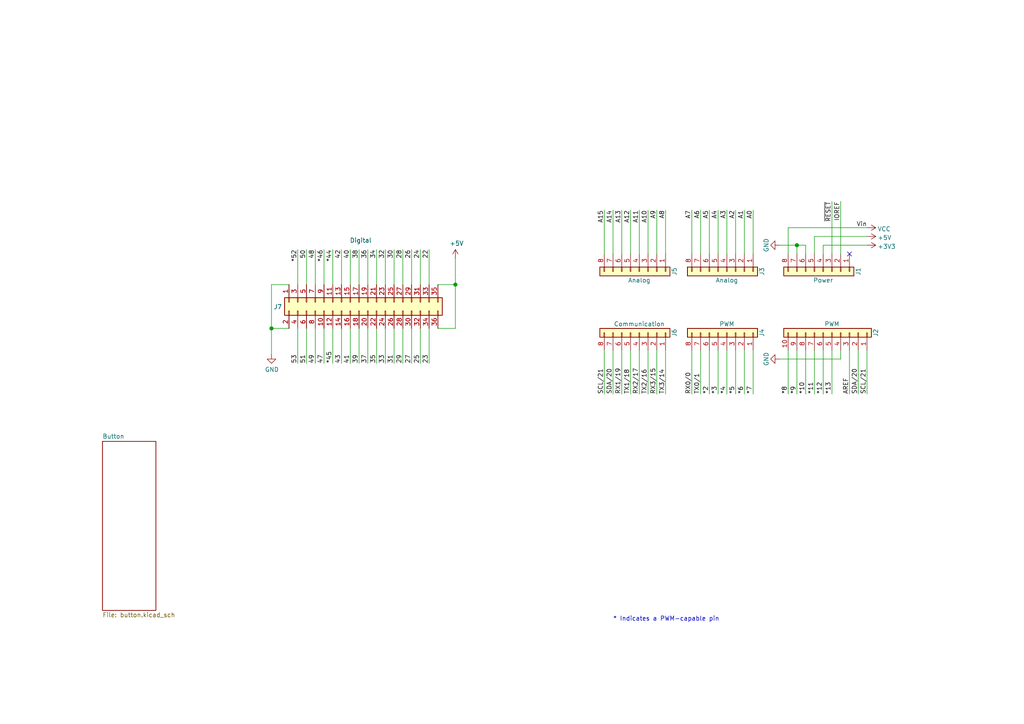
<source format=kicad_sch>
(kicad_sch (version 20231120) (generator "eeschema") (generator_version "8.0")
  (paper "A4")
  (title_block (date "mar. 31 mars 2015"))
  (lib_symbols
    (symbol "Connector_Generic:Conn_01x08" (pin_names (offset 1.016) hide)
      (property "Reference" "J" (at 0 10.16 0))
      (property "Value" "Conn_01x08" (at 0 -12.7 0))
      (symbol "Conn_01x08_1_1"
        (rectangle (start -1.27 -10.033) (end 0 -10.287) (stroke (width 0.1524)))
        (rectangle (start -1.27 -7.493) (end 0 -7.747) (stroke (width 0.1524)))
        (rectangle (start -1.27 -4.953) (end 0 -5.207) (stroke (width 0.1524)))
        (rectangle (start -1.27 -2.413) (end 0 -2.667) (stroke (width 0.1524)))
        (rectangle (start -1.27 0.127) (end 0 -0.127) (stroke (width 0.1524)))
        (rectangle (start -1.27 2.667) (end 0 2.413) (stroke (width 0.1524)))
        (rectangle (start -1.27 5.207) (end 0 4.953) (stroke (width 0.1524)))
        (rectangle (start -1.27 7.747) (end 0 7.493) (stroke (width 0.1524)))
        (rectangle (start -1.27 8.89) (end 1.27 -11.43) (stroke (width 0.254)) (fill (type background)))
        (pin passive line (at -5.08 7.62 0) (length 3.81) (name "Pin_1") (number "1"))
        (pin passive line (at -5.08 5.08 0) (length 3.81) (name "Pin_2") (number "2"))
        (pin passive line (at -5.08 2.54 0) (length 3.81) (name "Pin_3") (number "3"))
        (pin passive line (at -5.08 0 0) (length 3.81) (name "Pin_4") (number "4"))
        (pin passive line (at -5.08 -2.54 0) (length 3.81) (name "Pin_5") (number "5"))
        (pin passive line (at -5.08 -5.08 0) (length 3.81) (name "Pin_6") (number "6"))
        (pin passive line (at -5.08 -7.62 0) (length 3.81) (name "Pin_7") (number "7"))
        (pin passive line (at -5.08 -10.16 0) (length 3.81) (name "Pin_8") (number "8"))
      )
    )
    (symbol "Connector_Generic:Conn_01x10" (pin_names (offset 1.016) hide)
      (property "Reference" "J" (at 0 12.7 0))
      (property "Value" "Conn_01x10" (at 0 -15.24 0))
      (symbol "Conn_01x10_1_1"
        (rectangle (start -1.27 -12.573) (end 0 -12.827) (stroke (width 0.1524)))
        (rectangle (start -1.27 -10.033) (end 0 -10.287) (stroke (width 0.1524)))
        (rectangle (start -1.27 -7.493) (end 0 -7.747) (stroke (width 0.1524)))
        (rectangle (start -1.27 -4.953) (end 0 -5.207) (stroke (width 0.1524)))
        (rectangle (start -1.27 -2.413) (end 0 -2.667) (stroke (width 0.1524)))
        (rectangle (start -1.27 0.127) (end 0 -0.127) (stroke (width 0.1524)))
        (rectangle (start -1.27 2.667) (end 0 2.413) (stroke (width 0.1524)))
        (rectangle (start -1.27 5.207) (end 0 4.953) (stroke (width 0.1524)))
        (rectangle (start -1.27 7.747) (end 0 7.493) (stroke (width 0.1524)))
        (rectangle (start -1.27 10.287) (end 0 10.033) (stroke (width 0.1524)))
        (rectangle (start -1.27 11.43) (end 1.27 -13.97) (stroke (width 0.254)) (fill (type background)))
        (pin passive line (at -5.08 10.16 0) (length 3.81) (name "Pin_1") (number "1"))
        (pin passive line (at -5.08 -12.7 0) (length 3.81) (name "Pin_10") (number "10"))
        (pin passive line (at -5.08 7.62 0) (length 3.81) (name "Pin_2") (number "2"))
        (pin passive line (at -5.08 5.08 0) (length 3.81) (name "Pin_3") (number "3"))
        (pin passive line (at -5.08 2.54 0) (length 3.81) (name "Pin_4") (number "4"))
        (pin passive line (at -5.08 0 0) (length 3.81) (name "Pin_5") (number "5"))
        (pin passive line (at -5.08 -2.54 0) (length 3.81) (name "Pin_6") (number "6"))
        (pin passive line (at -5.08 -5.08 0) (length 3.81) (name "Pin_7") (number "7"))
        (pin passive line (at -5.08 -7.62 0) (length 3.81) (name "Pin_8") (number "8"))
        (pin passive line (at -5.08 -10.16 0) (length 3.81) (name "Pin_9") (number "9"))
      )
    )
    (symbol "Connector_Generic:Conn_02x18_Odd_Even" (pin_names (offset 1.016) hide)
      (property "Reference" "J" (at 1.27 22.86 0))
      (property "Value" "Conn_02x18_Odd_Even" (at 1.27 -25.4 0))
      (symbol "Conn_02x18_Odd_Even_1_1"
        (rectangle (start -1.27 -22.733) (end 0 -22.987) (stroke (width 0.1524)))
        (rectangle (start -1.27 -20.193) (end 0 -20.447) (stroke (width 0.1524)))
        (rectangle (start -1.27 -17.653) (end 0 -17.907) (stroke (width 0.1524)))
        (rectangle (start -1.27 -15.113) (end 0 -15.367) (stroke (width 0.1524)))
        (rectangle (start -1.27 -12.573) (end 0 -12.827) (stroke (width 0.1524)))
        (rectangle (start -1.27 -10.033) (end 0 -10.287) (stroke (width 0.1524)))
        (rectangle (start -1.27 -7.493) (end 0 -7.747) (stroke (width 0.1524)))
        (rectangle (start -1.27 -4.953) (end 0 -5.207) (stroke (width 0.1524)))
        (rectangle (start -1.27 -2.413) (end 0 -2.667) (stroke (width 0.1524)))
        (rectangle (start -1.27 0.127) (end 0 -0.127) (stroke (width 0.1524)))
        (rectangle (start -1.27 2.667) (end 0 2.413) (stroke (width 0.1524)))
        (rectangle (start -1.27 5.207) (end 0 4.953) (stroke (width 0.1524)))
        (rectangle (start -1.27 7.747) (end 0 7.493) (stroke (width 0.1524)))
        (rectangle (start -1.27 10.287) (end 0 10.033) (stroke (width 0.1524)))
        (rectangle (start -1.27 12.827) (end 0 12.573) (stroke (width 0.1524)))
        (rectangle (start -1.27 15.367) (end 0 15.113) (stroke (width 0.1524)))
        (rectangle (start -1.27 17.907) (end 0 17.653) (stroke (width 0.1524)))
        (rectangle (start -1.27 20.447) (end 0 20.193) (stroke (width 0.1524)))
        (rectangle (start -1.27 21.59) (end 3.81 -24.13) (stroke (width 0.254)) (fill (type background)))
        (rectangle (start 3.81 -22.733) (end 2.54 -22.987) (stroke (width 0.1524)))
        (rectangle (start 3.81 -20.193) (end 2.54 -20.447) (stroke (width 0.1524)))
        (rectangle (start 3.81 -17.653) (end 2.54 -17.907) (stroke (width 0.1524)))
        (rectangle (start 3.81 -15.113) (end 2.54 -15.367) (stroke (width 0.1524)))
        (rectangle (start 3.81 -12.573) (end 2.54 -12.827) (stroke (width 0.1524)))
        (rectangle (start 3.81 -10.033) (end 2.54 -10.287) (stroke (width 0.1524)))
        (rectangle (start 3.81 -7.493) (end 2.54 -7.747) (stroke (width 0.1524)))
        (rectangle (start 3.81 -4.953) (end 2.54 -5.207) (stroke (width 0.1524)))
        (rectangle (start 3.81 -2.413) (end 2.54 -2.667) (stroke (width 0.1524)))
        (rectangle (start 3.81 0.127) (end 2.54 -0.127) (stroke (width 0.1524)))
        (rectangle (start 3.81 2.667) (end 2.54 2.413) (stroke (width 0.1524)))
        (rectangle (start 3.81 5.207) (end 2.54 4.953) (stroke (width 0.1524)))
        (rectangle (start 3.81 7.747) (end 2.54 7.493) (stroke (width 0.1524)))
        (rectangle (start 3.81 10.287) (end 2.54 10.033) (stroke (width 0.1524)))
        (rectangle (start 3.81 12.827) (end 2.54 12.573) (stroke (width 0.1524)))
        (rectangle (start 3.81 15.367) (end 2.54 15.113) (stroke (width 0.1524)))
        (rectangle (start 3.81 17.907) (end 2.54 17.653) (stroke (width 0.1524)))
        (rectangle (start 3.81 20.447) (end 2.54 20.193) (stroke (width 0.1524)))
        (pin passive line (at -5.08 20.32 0) (length 3.81) (name "Pin_1") (number "1"))
        (pin passive line (at 7.62 10.16 180) (length 3.81) (name "Pin_10") (number "10"))
        (pin passive line (at -5.08 7.62 0) (length 3.81) (name "Pin_11") (number "11"))
        (pin passive line (at 7.62 7.62 180) (length 3.81) (name "Pin_12") (number "12"))
        (pin passive line (at -5.08 5.08 0) (length 3.81) (name "Pin_13") (number "13"))
        (pin passive line (at 7.62 5.08 180) (length 3.81) (name "Pin_14") (number "14"))
        (pin passive line (at -5.08 2.54 0) (length 3.81) (name "Pin_15") (number "15"))
        (pin passive line (at 7.62 2.54 180) (length 3.81) (name "Pin_16") (number "16"))
        (pin passive line (at -5.08 0 0) (length 3.81) (name "Pin_17") (number "17"))
        (pin passive line (at 7.62 0 180) (length 3.81) (name "Pin_18") (number "18"))
        (pin passive line (at -5.08 -2.54 0) (length 3.81) (name "Pin_19") (number "19"))
        (pin passive line (at 7.62 20.32 180) (length 3.81) (name "Pin_2") (number "2"))
        (pin passive line (at 7.62 -2.54 180) (length 3.81) (name "Pin_20") (number "20"))
        (pin passive line (at -5.08 -5.08 0) (length 3.81) (name "Pin_21") (number "21"))
        (pin passive line (at 7.62 -5.08 180) (length 3.81) (name "Pin_22") (number "22"))
        (pin passive line (at -5.08 -7.62 0) (length 3.81) (name "Pin_23") (number "23"))
        (pin passive line (at 7.62 -7.62 180) (length 3.81) (name "Pin_24") (number "24"))
        (pin passive line (at -5.08 -10.16 0) (length 3.81) (name "Pin_25") (number "25"))
        (pin passive line (at 7.62 -10.16 180) (length 3.81) (name "Pin_26") (number "26"))
        (pin passive line (at -5.08 -12.7 0) (length 3.81) (name "Pin_27") (number "27"))
        (pin passive line (at 7.62 -12.7 180) (length 3.81) (name "Pin_28") (number "28"))
        (pin passive line (at -5.08 -15.24 0) (length 3.81) (name "Pin_29") (number "29"))
        (pin passive line (at -5.08 17.78 0) (length 3.81) (name "Pin_3") (number "3"))
        (pin passive line (at 7.62 -15.24 180) (length 3.81) (name "Pin_30") (number "30"))
        (pin passive line (at -5.08 -17.78 0) (length 3.81) (name "Pin_31") (number "31"))
        (pin passive line (at 7.62 -17.78 180) (length 3.81) (name "Pin_32") (number "32"))
        (pin passive line (at -5.08 -20.32 0) (length 3.81) (name "Pin_33") (number "33"))
        (pin passive line (at 7.62 -20.32 180) (length 3.81) (name "Pin_34") (number "34"))
        (pin passive line (at -5.08 -22.86 0) (length 3.81) (name "Pin_35") (number "35"))
        (pin passive line (at 7.62 -22.86 180) (length 3.81) (name "Pin_36") (number "36"))
        (pin passive line (at 7.62 17.78 180) (length 3.81) (name "Pin_4") (number "4"))
        (pin passive line (at -5.08 15.24 0) (length 3.81) (name "Pin_5") (number "5"))
        (pin passive line (at 7.62 15.24 180) (length 3.81) (name "Pin_6") (number "6"))
        (pin passive line (at -5.08 12.7 0) (length 3.81) (name "Pin_7") (number "7"))
        (pin passive line (at 7.62 12.7 180) (length 3.81) (name "Pin_8") (number "8"))
        (pin passive line (at -5.08 10.16 0) (length 3.81) (name "Pin_9") (number "9"))
      )
    )
    (symbol "power:+3V3" (power) (pin_names (offset 0))
      (property "Value" "+3V3" (at 0 3.556 0))
      (symbol "+3V3_0_1"
        (polyline (pts (xy -0.762 1.27) (xy 0 2.54)))
        (polyline (pts (xy 0 0) (xy 0 2.54)))
        (polyline (pts (xy 0 2.54) (xy 0.762 1.27)))
      )
      (symbol "+3V3_1_1"
        (pin power_in line (at 0 0 90) (length 0) hide (name "+3V3") (number "1"))
      )
    )
    (symbol "power:+5V" (power) (pin_names (offset 0))
      (property "Value" "+5V" (at 0 3.556 0))
      (symbol "+5V_0_1"
        (polyline (pts (xy -0.762 1.27) (xy 0 2.54)))
        (polyline (pts (xy 0 0) (xy 0 2.54)))
        (polyline (pts (xy 0 2.54) (xy 0.762 1.27)))
      )
      (symbol "+5V_1_1"
        (pin power_in line (at 0 0 90) (length 0) hide (name "+5V") (number "1"))
      )
    )
    (symbol "power:GND" (power) (pin_names (offset 0))
      (property "Value" "GND" (at 0 -3.81 0))
      (symbol "GND_0_1"
        (polyline (pts (xy 0 0) (xy 0 -1.27) (xy 1.27 -1.27) (xy 0 -2.54) (xy -1.27 -1.27) (xy 0 -1.27)))
      )
      (symbol "GND_1_1"
        (pin power_in line (at 0 0 270) (length 0) hide (name "GND") (number "1"))
      )
    )
    (symbol "power:VCC" (power) (pin_names (offset 0))
      (property "Value" "VCC" (at 0 3.81 0))
      (symbol "VCC_0_1"
        (polyline (pts (xy -0.762 1.27) (xy 0 2.54)))
        (polyline (pts (xy 0 0) (xy 0 2.54)))
        (polyline (pts (xy 0 2.54) (xy 0.762 1.27)))
      )
      (symbol "VCC_1_1"
        (pin power_in line (at 0 0 90) (length 0) hide (name "VCC") (number "1"))
      )
    )
  )
  (junction (at 78.74 95.25) (diameter 1.016))
  (junction (at 231.14 71.12) (diameter 1.016))
  (junction (at 132.08 82.55) (diameter 1.016))
  (no_connect (at 246.38 73.66))
  (wire (pts (xy 200.66 101.6) (xy 200.66 114.3)))
  (wire (pts (xy 200.66 60.96) (xy 200.66 73.66)))
  (wire (pts (xy 233.68 101.6) (xy 233.68 114.3)))
  (wire (pts (xy 101.6 72.39) (xy 101.6 82.55)))
  (wire (pts (xy 251.46 101.6) (xy 251.46 114.3)))
  (wire (pts (xy 104.14 72.39) (xy 104.14 82.55)))
  (wire (pts (xy 132.08 82.55) (xy 132.08 95.25)))
  (wire (pts (xy 83.82 82.55) (xy 78.74 82.55)))
  (wire (pts (xy 187.96 101.6) (xy 187.96 114.3)))
  (wire (pts (xy 233.68 71.12) (xy 231.14 71.12)))
  (wire (pts (xy 106.68 95.25) (xy 106.68 105.41)))
  (wire (pts (xy 205.74 60.96) (xy 205.74 73.66)))
  (wire (pts (xy 111.76 72.39) (xy 111.76 82.55)))
  (wire (pts (xy 88.9 72.39) (xy 88.9 82.55)))
  (wire (pts (xy 124.46 72.39) (xy 124.46 82.55)))
  (wire (pts (xy 231.14 71.12) (xy 226.06 71.12)))
  (wire (pts (xy 119.38 95.25) (xy 119.38 105.41)))
  (wire (pts (xy 238.76 71.12) (xy 238.76 73.66)))
  (wire (pts (xy 99.06 72.39) (xy 99.06 82.55)))
  (wire (pts (xy 236.22 68.58) (xy 236.22 73.66)))
  (wire (pts (xy 109.22 95.25) (xy 109.22 105.41)))
  (wire (pts (xy 251.46 68.58) (xy 236.22 68.58)))
  (wire (pts (xy 175.26 60.96) (xy 175.26 73.66)))
  (wire (pts (xy 93.98 95.25) (xy 93.98 105.41)))
  (wire (pts (xy 116.84 95.25) (xy 116.84 105.41)))
  (wire (pts (xy 241.3 101.6) (xy 241.3 114.3)))
  (wire (pts (xy 251.46 71.12) (xy 238.76 71.12)))
  (wire (pts (xy 218.44 101.6) (xy 218.44 114.3)))
  (wire (pts (xy 218.44 73.66) (xy 218.44 60.96)))
  (wire (pts (xy 238.76 101.6) (xy 238.76 114.3)))
  (wire (pts (xy 177.8 73.66) (xy 177.8 60.96)))
  (wire (pts (xy 215.9 101.6) (xy 215.9 114.3)))
  (wire (pts (xy 180.34 101.6) (xy 180.34 114.3)))
  (wire (pts (xy 109.22 72.39) (xy 109.22 82.55)))
  (wire (pts (xy 78.74 82.55) (xy 78.74 95.25)))
  (wire (pts (xy 93.98 72.39) (xy 93.98 82.55)))
  (wire (pts (xy 83.82 95.25) (xy 78.74 95.25)))
  (wire (pts (xy 231.14 101.6) (xy 231.14 114.3)))
  (wire (pts (xy 116.84 72.39) (xy 116.84 82.55)))
  (wire (pts (xy 114.3 72.39) (xy 114.3 82.55)))
  (wire (pts (xy 96.52 95.25) (xy 96.52 105.41)))
  (wire (pts (xy 114.3 95.25) (xy 114.3 105.41)))
  (wire (pts (xy 91.44 95.25) (xy 91.44 105.41)))
  (wire (pts (xy 121.92 72.39) (xy 121.92 82.55)))
  (wire (pts (xy 210.82 101.6) (xy 210.82 114.3)))
  (wire (pts (xy 101.6 95.25) (xy 101.6 105.41)))
  (wire (pts (xy 96.52 72.39) (xy 96.52 82.55)))
  (wire (pts (xy 243.84 58.42) (xy 243.84 73.66)))
  (wire (pts (xy 190.5 101.6) (xy 190.5 114.3)))
  (wire (pts (xy 132.08 74.93) (xy 132.08 82.55)))
  (wire (pts (xy 243.84 104.14) (xy 226.06 104.14)))
  (wire (pts (xy 175.26 101.6) (xy 175.26 114.3)))
  (wire (pts (xy 246.38 101.6) (xy 246.38 114.3)))
  (wire (pts (xy 127 82.55) (xy 132.08 82.55)))
  (wire (pts (xy 182.88 101.6) (xy 182.88 114.3)))
  (wire (pts (xy 185.42 60.96) (xy 185.42 73.66)))
  (wire (pts (xy 213.36 73.66) (xy 213.36 60.96)))
  (wire (pts (xy 241.3 58.42) (xy 241.3 73.66)))
  (wire (pts (xy 193.04 101.6) (xy 193.04 114.3)))
  (wire (pts (xy 231.14 73.66) (xy 231.14 71.12)))
  (wire (pts (xy 228.6 73.66) (xy 228.6 66.04)))
  (wire (pts (xy 86.36 72.39) (xy 86.36 82.55)))
  (wire (pts (xy 215.9 60.96) (xy 215.9 73.66)))
  (wire (pts (xy 88.9 95.25) (xy 88.9 105.41)))
  (wire (pts (xy 111.76 95.25) (xy 111.76 105.41)))
  (wire (pts (xy 187.96 73.66) (xy 187.96 60.96)))
  (wire (pts (xy 86.36 95.25) (xy 86.36 105.41)))
  (wire (pts (xy 185.42 101.6) (xy 185.42 114.3)))
  (wire (pts (xy 243.84 101.6) (xy 243.84 104.14)))
  (wire (pts (xy 104.14 95.25) (xy 104.14 105.41)))
  (wire (pts (xy 233.68 73.66) (xy 233.68 71.12)))
  (wire (pts (xy 180.34 60.96) (xy 180.34 73.66)))
  (wire (pts (xy 119.38 72.39) (xy 119.38 82.55)))
  (wire (pts (xy 236.22 101.6) (xy 236.22 114.3)))
  (wire (pts (xy 106.68 72.39) (xy 106.68 82.55)))
  (wire (pts (xy 190.5 60.96) (xy 190.5 73.66)))
  (wire (pts (xy 213.36 101.6) (xy 213.36 114.3)))
  (wire (pts (xy 210.82 60.96) (xy 210.82 73.66)))
  (wire (pts (xy 91.44 72.39) (xy 91.44 82.55)))
  (wire (pts (xy 177.8 101.6) (xy 177.8 114.3)))
  (wire (pts (xy 132.08 95.25) (xy 127 95.25)))
  (wire (pts (xy 193.04 73.66) (xy 193.04 60.96)))
  (wire (pts (xy 124.46 95.25) (xy 124.46 105.41)))
  (wire (pts (xy 248.92 101.6) (xy 248.92 114.3)))
  (wire (pts (xy 121.92 95.25) (xy 121.92 105.41)))
  (wire (pts (xy 205.74 101.6) (xy 205.74 114.3)))
  (wire (pts (xy 208.28 101.6) (xy 208.28 114.3)))
  (wire (pts (xy 99.06 95.25) (xy 99.06 105.41)))
  (wire (pts (xy 203.2 101.6) (xy 203.2 114.3)))
  (wire (pts (xy 182.88 73.66) (xy 182.88 60.96)))
  (wire (pts (xy 228.6 66.04) (xy 251.46 66.04)))
  (wire (pts (xy 78.74 95.25) (xy 78.74 102.87)))
  (wire (pts (xy 203.2 73.66) (xy 203.2 60.96)))
  (wire (pts (xy 208.28 73.66) (xy 208.28 60.96)))
  (wire (pts (xy 228.6 101.6) (xy 228.6 114.3)))
  (text "* Indicates a PWM-capable pin" (at 177.8 180.34 0) (effects (font (size 1.27 1.27)) (justify left bottom)))
  (label "A10" (at 187.96 60.96 270))
  (label "RX0{slash}0" (at 200.66 114.3 90))
  (label "A15" (at 175.26 60.96 270))
  (label "A2" (at 213.36 60.96 270))
  (label "RX2{slash}17" (at 185.42 114.3 90))
  (label "*4" (at 210.82 114.3 90))
  (label "SDA{slash}20" (at 177.8 114.3 90))
  (label "26" (at 119.38 72.39 270))
  (label "31" (at 114.3 105.41 90))
  (label "22" (at 124.46 72.39 270))
  (label "33" (at 111.76 105.41 90))
  (label "36" (at 106.68 72.39 270))
  (label "*2" (at 205.74 114.3 90))
  (label "TX1{slash}18" (at 182.88 114.3 90))
  (label "*44" (at 96.52 72.39 270))
  (label "A3" (at 210.82 60.96 270))
  (label "*13" (at 241.3 114.3 90))
  (label "*52" (at 86.36 72.39 270))
  (label "*12" (at 238.76 114.3 90))
  (label "40" (at 101.6 72.39 270))
  (label "~{RESET}" (at 241.3 58.42 270))
  (label "35" (at 109.22 105.41 90))
  (label "*10" (at 233.68 114.3 90))
  (label "28" (at 116.84 72.39 270))
  (label "23" (at 124.46 105.41 90))
  (label "29" (at 116.84 105.41 90))
  (label "A13" (at 180.34 60.96 270))
  (label "41" (at 101.6 105.41 90))
  (label "30" (at 114.3 72.39 270))
  (label "47" (at 93.98 105.41 90))
  (label "34" (at 109.22 72.39 270))
  (label "*45" (at 96.52 105.41 90))
  (label "38" (at 104.14 72.39 270))
  (label "51" (at 88.9 105.41 90))
  (label "*7" (at 218.44 114.3 90))
  (label "SDA{slash}20" (at 248.92 114.3 90))
  (label "*8" (at 228.6 114.3 90))
  (label "A9" (at 190.5 60.96 270))
  (label "*11" (at 236.22 114.3 90))
  (label "*3" (at 208.28 114.3 90))
  (label "A6" (at 203.2 60.96 270))
  (label "42" (at 99.06 72.39 270))
  (label "A1" (at 215.9 60.96 270))
  (label "53" (at 86.36 105.41 90))
  (label "TX0{slash}1" (at 203.2 114.3 90))
  (label "24" (at 121.92 72.39 270))
  (label "RX1{slash}19" (at 180.34 114.3 90))
  (label "A0" (at 218.44 60.96 270))
  (label "AREF" (at 246.38 114.3 90))
  (label "A14" (at 177.8 60.96 270))
  (label "39" (at 104.14 105.41 90))
  (label "A8" (at 193.04 60.96 270))
  (label "Vin" (at 251.46 66.04 180))
  (label "27" (at 119.38 105.41 90))
  (label "37" (at 106.68 105.41 90))
  (label "25" (at 121.92 105.41 90))
  (label "*6" (at 215.9 114.3 90))
  (label "*46" (at 93.98 72.39 270))
  (label "SCL{slash}21" (at 251.46 114.3 90))
  (label "*9" (at 231.14 114.3 90))
  (label "50" (at 88.9 72.39 270))
  (label "TX2{slash}16" (at 187.96 114.3 90))
  (label "*5" (at 213.36 114.3 90))
  (label "IOREF" (at 243.84 58.42 270))
  (label "A7" (at 200.66 60.96 270))
  (label "A11" (at 185.42 60.96 270))
  (label "A4" (at 208.28 60.96 270))
  (label "49" (at 91.44 105.41 90))
  (label "A5" (at 205.74 60.96 270))
  (label "RX3{slash}15" (at 190.5 114.3 90))
  (label "TX3{slash}14" (at 193.04 114.3 90))
  (label "32" (at 111.76 72.39 270))
  (label "43" (at 99.06 105.41 90))
  (label "A12" (at 182.88 60.96 270))
  (label "SCL{slash}21" (at 175.26 114.3 90))
  (label "48" (at 91.44 72.39 270))
  (symbol (lib_id "Connector_Generic:Conn_01x08") (at 238.76 78.74 270) (unit 1)
    (property "Reference" "J1" (at 248.92 78.74 0))
    (property "Value" "Power" (at 238.76 81.28 90))
    (property "Footprint" "Connector_PinSocket_2.54mm:PinSocket_1x08_P2.54mm_Vertical" (effects (hide yes)))
  )
  (symbol (lib_id "power:+3V3") (at 251.46 71.12 270) (unit 1)
    (property "Reference" "#PWR03" (effects (hide yes)))
    (property "Value" "+3V3" (at 254.508 71.501 90) (effects (justify left)))
  )
  (symbol (lib_id "power:+5V") (at 251.46 68.58 270) (unit 1)
    (property "Reference" "#PWR02" (effects (hide yes)))
    (property "Value" "+5V" (at 254.508 68.9356 90) (effects (justify left)))
  )
  (symbol (lib_id "power:GND") (at 226.06 71.12 270) (unit 1)
    (property "Reference" "#PWR04" (effects (hide yes)))
    (property "Value" "GND" (at 222.25 71.12 0))
  )
  (symbol (lib_id "Connector_Generic:Conn_01x10") (at 241.3 96.52 270) (mirror x) (unit 1)
    (property "Reference" "J2" (at 254 96.52 0))
    (property "Value" "PWM" (at 241.3 93.98 90))
    (property "Footprint" "Connector_PinSocket_2.54mm:PinSocket_1x10_P2.54mm_Vertical" (effects (hide yes)))
  )
  (symbol (lib_id "power:GND") (at 226.06 104.14 270) (unit 1)
    (property "Reference" "#PWR05" (effects (hide yes)))
    (property "Value" "GND" (at 222.25 104.14 0))
  )
  (symbol (lib_id "Connector_Generic:Conn_01x08") (at 210.82 78.74 270) (unit 1)
    (property "Reference" "J3" (at 220.98 78.74 0))
    (property "Value" "Analog" (at 210.82 81.28 90))
    (property "Footprint" "Connector_PinSocket_2.54mm:PinSocket_1x08_P2.54mm_Vertical" (effects (hide yes)))
  )
  (symbol (lib_id "Connector_Generic:Conn_01x08") (at 210.82 96.52 270) (mirror x) (unit 1)
    (property "Reference" "J4" (at 220.98 96.52 0))
    (property "Value" "PWM" (at 210.82 93.98 90))
    (property "Footprint" "Connector_PinSocket_2.54mm:PinSocket_1x08_P2.54mm_Vertical" (effects (hide yes)))
  )
  (symbol (lib_id "Connector_Generic:Conn_01x08") (at 185.42 78.74 270) (unit 1)
    (property "Reference" "J5" (at 195.58 78.74 0))
    (property "Value" "Analog" (at 185.42 81.28 90))
    (property "Footprint" "Connector_PinSocket_2.54mm:PinSocket_1x08_P2.54mm_Vertical" (effects (hide yes)))
  )
  (symbol (lib_id "Connector_Generic:Conn_01x08") (at 185.42 96.52 270) (mirror x) (unit 1)
    (property "Reference" "J6" (at 195.58 96.52 0))
    (property "Value" "Communication" (at 185.42 93.98 90))
    (property "Footprint" "Connector_PinSocket_2.54mm:PinSocket_1x08_P2.54mm_Vertical" (effects (hide yes)))
  )
  (symbol (lib_id "Connector_Generic:Conn_02x18_Odd_Even") (at 104.14 87.63 90) (mirror x) (unit 1)
    (property "Reference" "J7" (at 81.7879 89.0206 90) (effects (justify left)))
    (property "Value" "Digital" (at 104.648 69.723 90))
    (property "Footprint" "Connector_PinSocket_2.54mm:PinSocket_2x18_P2.54mm_Vertical" (effects (hide yes)))
  )
  (symbol (lib_id "power:GND") (at 78.74 102.87 0) (unit 1)
    (property "Reference" "#PWR07" (effects (hide yes)))
    (property "Value" "GND" (at 78.8543 107.1944 0))
  )
  (symbol (lib_id "power:+5V") (at 132.08 74.93 0) (unit 1)
    (property "Reference" "#PWR06" (effects (hide yes)))
    (property "Value" "+5V" (at 132.4483 70.6056 0))
  )
  (symbol (lib_id "power:VCC") (at 251.46 66.04 270) (unit 1)
    (property "Reference" "#PWR01" (effects (hide yes)))
    (property "Value" "VCC" (at 254.508 66.421 90) (effects (justify left)))
  )
  (sheet (at 29.718 128.016) (size 15.494 49.022) (stroke (width 0.1524))
    (property "Sheetname" "Button" (at 29.718 127.3044 0) (effects (justify left bottom)))
    (property "Sheetfile" "button.kicad_sch" (at 29.718 177.6226 0) (effects (justify left top)))
  )
)
</source>
